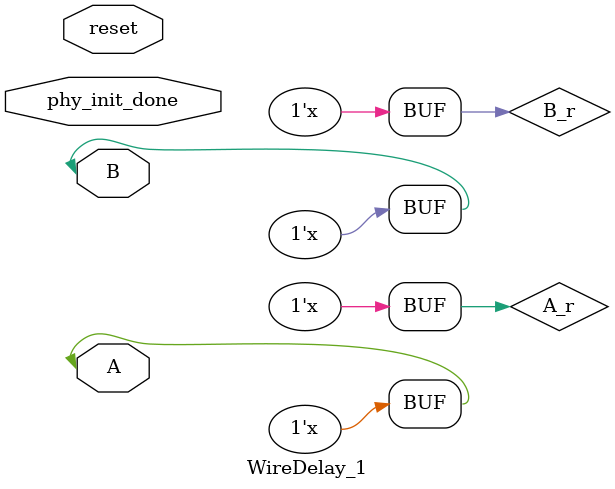
<source format=v>
module WireDelay_1 # (
  parameter Delay_g = 0,
  parameter Delay_rd = 0,
  parameter ERR_INSERT = "OFF"
)
(
  inout A,
  inout B,
  input reset,
  input phy_init_done
);
  reg A_r;
  reg B_r;
  reg B_inv ;
  reg line_en;
  reg B_nonX;
  assign A = A_r;
  assign B = B_r;
  always @ (*)
  begin
    if (B === 1'bx)
      B_nonX <= $random;
    else
      B_nonX <= B;
   end
  always@(*)
  begin
    if((B_nonX == 'b1) || (B_nonX == 'b0))
      B_inv <= #0 ~B_nonX ;
    else
      B_inv <= #0 'bz ;
   end
  always @(*) begin
    if (!reset) begin
      A_r <= 1'bz;
      B_r <= 1'bz;
      line_en <= 1'b0;
    end else begin
      if (line_en) begin
	B_r <= 1'bz;
	  if ((ERR_INSERT == "ON") & (phy_init_done))
            A_r <= #Delay_rd B_inv;
	  else
            A_r <= #Delay_rd B_nonX;
      end else begin
        B_r <= #Delay_g A;
	A_r <= 1'bz;
      end
    end
  end
  always @(A or B) begin
    if (!reset) begin
      line_en <= 1'b0;
    end else if (A !== A_r) begin
      line_en <= 1'b0;
    end else if (B_r !== B) begin
      line_en <= 1'b1;
    end else begin
      line_en <= line_en;
    end
  end
endmodule
</source>
